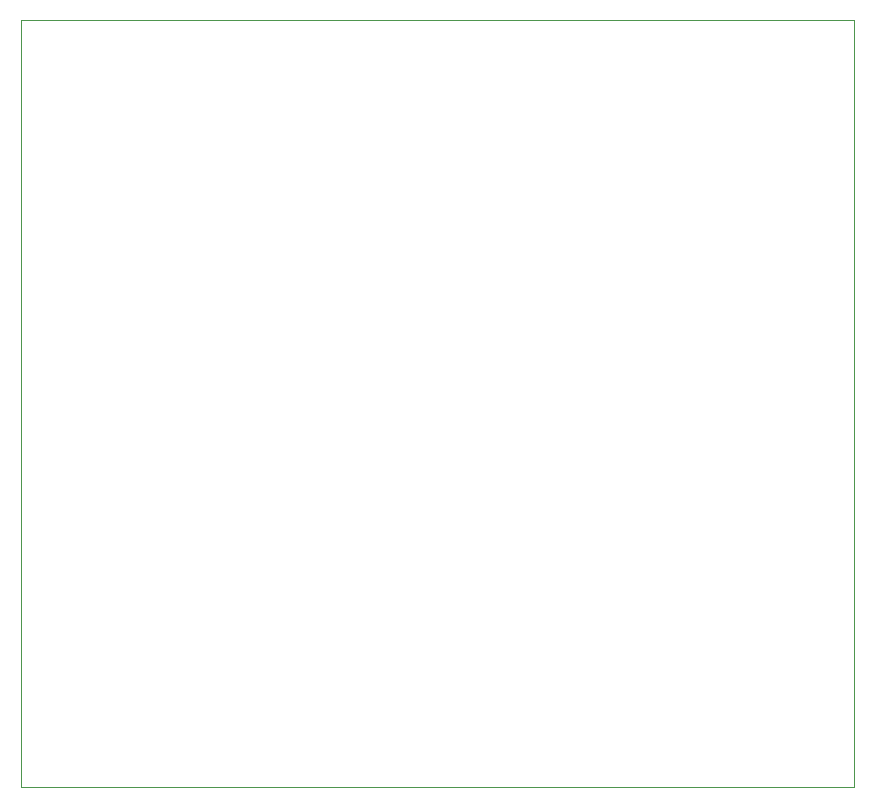
<source format=gbr>
%TF.GenerationSoftware,KiCad,Pcbnew,9.0.0*%
%TF.CreationDate,2025-03-12T10:53:54-03:00*%
%TF.ProjectId,ReceiverSide,52656365-6976-4657-9253-6964652e6b69,rev?*%
%TF.SameCoordinates,Original*%
%TF.FileFunction,Profile,NP*%
%FSLAX46Y46*%
G04 Gerber Fmt 4.6, Leading zero omitted, Abs format (unit mm)*
G04 Created by KiCad (PCBNEW 9.0.0) date 2025-03-12 10:53:54*
%MOMM*%
%LPD*%
G01*
G04 APERTURE LIST*
%TA.AperFunction,Profile*%
%ADD10C,0.050000*%
%TD*%
G04 APERTURE END LIST*
D10*
X190250000Y-121750000D02*
X119750000Y-121750000D01*
X190250000Y-56750000D02*
X190250000Y-121750000D01*
X119750000Y-56750000D02*
X190250000Y-56750000D01*
X119750000Y-121750000D02*
X119750000Y-56750000D01*
M02*

</source>
